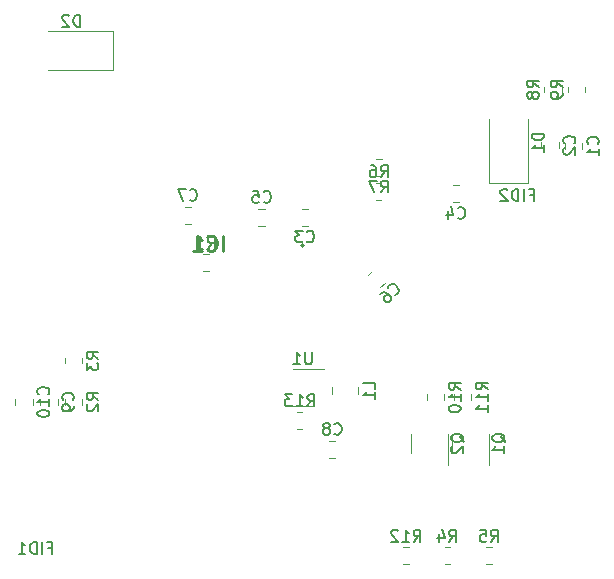
<source format=gbr>
%TF.GenerationSoftware,KiCad,Pcbnew,7.0.7-7.0.7~ubuntu23.04.1*%
%TF.CreationDate,2023-09-27T06:57:11+00:00*%
%TF.ProjectId,USBSDREADER01,55534253-4452-4454-9144-455230312e6b,rev?*%
%TF.SameCoordinates,Original*%
%TF.FileFunction,Legend,Bot*%
%TF.FilePolarity,Positive*%
%FSLAX46Y46*%
G04 Gerber Fmt 4.6, Leading zero omitted, Abs format (unit mm)*
G04 Created by KiCad (PCBNEW 7.0.7-7.0.7~ubuntu23.04.1) date 2023-09-27 06:57:11*
%MOMM*%
%LPD*%
G01*
G04 APERTURE LIST*
%ADD10C,0.150000*%
%ADD11C,0.254000*%
%ADD12C,0.120000*%
%ADD13C,0.200000*%
G04 APERTURE END LIST*
D10*
X53106666Y9175181D02*
X53439999Y9651372D01*
X53678094Y9175181D02*
X53678094Y10175181D01*
X53678094Y10175181D02*
X53297142Y10175181D01*
X53297142Y10175181D02*
X53201904Y10127562D01*
X53201904Y10127562D02*
X53154285Y10079943D01*
X53154285Y10079943D02*
X53106666Y9984705D01*
X53106666Y9984705D02*
X53106666Y9841848D01*
X53106666Y9841848D02*
X53154285Y9746610D01*
X53154285Y9746610D02*
X53201904Y9698991D01*
X53201904Y9698991D02*
X53297142Y9651372D01*
X53297142Y9651372D02*
X53678094Y9651372D01*
X52249523Y9841848D02*
X52249523Y9175181D01*
X52487618Y10222800D02*
X52725713Y9508515D01*
X52725713Y9508515D02*
X52106666Y9508515D01*
X54350057Y17582739D02*
X54302438Y17677977D01*
X54302438Y17677977D02*
X54207200Y17773215D01*
X54207200Y17773215D02*
X54064342Y17916072D01*
X54064342Y17916072D02*
X54016723Y18011310D01*
X54016723Y18011310D02*
X54016723Y18106548D01*
X54254819Y18058929D02*
X54207200Y18154167D01*
X54207200Y18154167D02*
X54111961Y18249405D01*
X54111961Y18249405D02*
X53921485Y18297024D01*
X53921485Y18297024D02*
X53588152Y18297024D01*
X53588152Y18297024D02*
X53397676Y18249405D01*
X53397676Y18249405D02*
X53302438Y18154167D01*
X53302438Y18154167D02*
X53254819Y18058929D01*
X53254819Y18058929D02*
X53254819Y17868453D01*
X53254819Y17868453D02*
X53302438Y17773215D01*
X53302438Y17773215D02*
X53397676Y17677977D01*
X53397676Y17677977D02*
X53588152Y17630358D01*
X53588152Y17630358D02*
X53921485Y17630358D01*
X53921485Y17630358D02*
X54111961Y17677977D01*
X54111961Y17677977D02*
X54207200Y17773215D01*
X54207200Y17773215D02*
X54254819Y17868453D01*
X54254819Y17868453D02*
X54254819Y18058929D01*
X53350057Y17249405D02*
X53302438Y17201786D01*
X53302438Y17201786D02*
X53254819Y17106548D01*
X53254819Y17106548D02*
X53254819Y16868453D01*
X53254819Y16868453D02*
X53302438Y16773215D01*
X53302438Y16773215D02*
X53350057Y16725596D01*
X53350057Y16725596D02*
X53445295Y16677977D01*
X53445295Y16677977D02*
X53540533Y16677977D01*
X53540533Y16677977D02*
X53683390Y16725596D01*
X53683390Y16725596D02*
X54254819Y17297024D01*
X54254819Y17297024D02*
X54254819Y16677977D01*
X23404819Y24666667D02*
X22928628Y25000000D01*
X23404819Y25238095D02*
X22404819Y25238095D01*
X22404819Y25238095D02*
X22404819Y24857143D01*
X22404819Y24857143D02*
X22452438Y24761905D01*
X22452438Y24761905D02*
X22500057Y24714286D01*
X22500057Y24714286D02*
X22595295Y24666667D01*
X22595295Y24666667D02*
X22738152Y24666667D01*
X22738152Y24666667D02*
X22833390Y24714286D01*
X22833390Y24714286D02*
X22881009Y24761905D01*
X22881009Y24761905D02*
X22928628Y24857143D01*
X22928628Y24857143D02*
X22928628Y25238095D01*
X22404819Y24333333D02*
X22404819Y23714286D01*
X22404819Y23714286D02*
X22785771Y24047619D01*
X22785771Y24047619D02*
X22785771Y23904762D01*
X22785771Y23904762D02*
X22833390Y23809524D01*
X22833390Y23809524D02*
X22881009Y23761905D01*
X22881009Y23761905D02*
X22976247Y23714286D01*
X22976247Y23714286D02*
X23214342Y23714286D01*
X23214342Y23714286D02*
X23309580Y23761905D01*
X23309580Y23761905D02*
X23357200Y23809524D01*
X23357200Y23809524D02*
X23404819Y23904762D01*
X23404819Y23904762D02*
X23404819Y24190476D01*
X23404819Y24190476D02*
X23357200Y24285714D01*
X23357200Y24285714D02*
X23309580Y24333333D01*
X32666666Y33995181D02*
X32999999Y34471372D01*
X33238094Y33995181D02*
X33238094Y34995181D01*
X33238094Y34995181D02*
X32857142Y34995181D01*
X32857142Y34995181D02*
X32761904Y34947562D01*
X32761904Y34947562D02*
X32714285Y34899943D01*
X32714285Y34899943D02*
X32666666Y34804705D01*
X32666666Y34804705D02*
X32666666Y34661848D01*
X32666666Y34661848D02*
X32714285Y34566610D01*
X32714285Y34566610D02*
X32761904Y34518991D01*
X32761904Y34518991D02*
X32857142Y34471372D01*
X32857142Y34471372D02*
X33238094Y34471372D01*
X31714285Y33995181D02*
X32285713Y33995181D01*
X31999999Y33995181D02*
X31999999Y34995181D01*
X31999999Y34995181D02*
X32095237Y34852324D01*
X32095237Y34852324D02*
X32190475Y34757086D01*
X32190475Y34757086D02*
X32285713Y34709467D01*
X65679580Y42846667D02*
X65727200Y42894286D01*
X65727200Y42894286D02*
X65774819Y43037143D01*
X65774819Y43037143D02*
X65774819Y43132381D01*
X65774819Y43132381D02*
X65727200Y43275238D01*
X65727200Y43275238D02*
X65631961Y43370476D01*
X65631961Y43370476D02*
X65536723Y43418095D01*
X65536723Y43418095D02*
X65346247Y43465714D01*
X65346247Y43465714D02*
X65203390Y43465714D01*
X65203390Y43465714D02*
X65012914Y43418095D01*
X65012914Y43418095D02*
X64917676Y43370476D01*
X64917676Y43370476D02*
X64822438Y43275238D01*
X64822438Y43275238D02*
X64774819Y43132381D01*
X64774819Y43132381D02*
X64774819Y43037143D01*
X64774819Y43037143D02*
X64822438Y42894286D01*
X64822438Y42894286D02*
X64870057Y42846667D01*
X65774819Y41894286D02*
X65774819Y42465714D01*
X65774819Y42180000D02*
X64774819Y42180000D01*
X64774819Y42180000D02*
X64917676Y42275238D01*
X64917676Y42275238D02*
X65012914Y42370476D01*
X65012914Y42370476D02*
X65060533Y42465714D01*
X31116666Y38120420D02*
X31164285Y38072800D01*
X31164285Y38072800D02*
X31307142Y38025181D01*
X31307142Y38025181D02*
X31402380Y38025181D01*
X31402380Y38025181D02*
X31545237Y38072800D01*
X31545237Y38072800D02*
X31640475Y38168039D01*
X31640475Y38168039D02*
X31688094Y38263277D01*
X31688094Y38263277D02*
X31735713Y38453753D01*
X31735713Y38453753D02*
X31735713Y38596610D01*
X31735713Y38596610D02*
X31688094Y38787086D01*
X31688094Y38787086D02*
X31640475Y38882324D01*
X31640475Y38882324D02*
X31545237Y38977562D01*
X31545237Y38977562D02*
X31402380Y39025181D01*
X31402380Y39025181D02*
X31307142Y39025181D01*
X31307142Y39025181D02*
X31164285Y38977562D01*
X31164285Y38977562D02*
X31116666Y38929943D01*
X30783332Y39025181D02*
X30116666Y39025181D01*
X30116666Y39025181D02*
X30545237Y38025181D01*
X62694819Y47646667D02*
X62218628Y47980000D01*
X62694819Y48218095D02*
X61694819Y48218095D01*
X61694819Y48218095D02*
X61694819Y47837143D01*
X61694819Y47837143D02*
X61742438Y47741905D01*
X61742438Y47741905D02*
X61790057Y47694286D01*
X61790057Y47694286D02*
X61885295Y47646667D01*
X61885295Y47646667D02*
X62028152Y47646667D01*
X62028152Y47646667D02*
X62123390Y47694286D01*
X62123390Y47694286D02*
X62171009Y47741905D01*
X62171009Y47741905D02*
X62218628Y47837143D01*
X62218628Y47837143D02*
X62218628Y48218095D01*
X62694819Y47170476D02*
X62694819Y46980000D01*
X62694819Y46980000D02*
X62647200Y46884762D01*
X62647200Y46884762D02*
X62599580Y46837143D01*
X62599580Y46837143D02*
X62456723Y46741905D01*
X62456723Y46741905D02*
X62266247Y46694286D01*
X62266247Y46694286D02*
X61885295Y46694286D01*
X61885295Y46694286D02*
X61790057Y46741905D01*
X61790057Y46741905D02*
X61742438Y46789524D01*
X61742438Y46789524D02*
X61694819Y46884762D01*
X61694819Y46884762D02*
X61694819Y47075238D01*
X61694819Y47075238D02*
X61742438Y47170476D01*
X61742438Y47170476D02*
X61790057Y47218095D01*
X61790057Y47218095D02*
X61885295Y47265714D01*
X61885295Y47265714D02*
X62123390Y47265714D01*
X62123390Y47265714D02*
X62218628Y47218095D01*
X62218628Y47218095D02*
X62266247Y47170476D01*
X62266247Y47170476D02*
X62313866Y47075238D01*
X62313866Y47075238D02*
X62313866Y46884762D01*
X62313866Y46884762D02*
X62266247Y46789524D01*
X62266247Y46789524D02*
X62218628Y46741905D01*
X62218628Y46741905D02*
X62123390Y46694286D01*
X61094819Y43718095D02*
X60094819Y43718095D01*
X60094819Y43718095D02*
X60094819Y43480000D01*
X60094819Y43480000D02*
X60142438Y43337143D01*
X60142438Y43337143D02*
X60237676Y43241905D01*
X60237676Y43241905D02*
X60332914Y43194286D01*
X60332914Y43194286D02*
X60523390Y43146667D01*
X60523390Y43146667D02*
X60666247Y43146667D01*
X60666247Y43146667D02*
X60856723Y43194286D01*
X60856723Y43194286D02*
X60951961Y43241905D01*
X60951961Y43241905D02*
X61047200Y43337143D01*
X61047200Y43337143D02*
X61094819Y43480000D01*
X61094819Y43480000D02*
X61094819Y43718095D01*
X61094819Y42194286D02*
X61094819Y42765714D01*
X61094819Y42480000D02*
X60094819Y42480000D01*
X60094819Y42480000D02*
X60237676Y42575238D01*
X60237676Y42575238D02*
X60332914Y42670476D01*
X60332914Y42670476D02*
X60380533Y42765714D01*
X57850057Y17582739D02*
X57802438Y17677977D01*
X57802438Y17677977D02*
X57707200Y17773215D01*
X57707200Y17773215D02*
X57564342Y17916072D01*
X57564342Y17916072D02*
X57516723Y18011310D01*
X57516723Y18011310D02*
X57516723Y18106548D01*
X57754819Y18058929D02*
X57707200Y18154167D01*
X57707200Y18154167D02*
X57611961Y18249405D01*
X57611961Y18249405D02*
X57421485Y18297024D01*
X57421485Y18297024D02*
X57088152Y18297024D01*
X57088152Y18297024D02*
X56897676Y18249405D01*
X56897676Y18249405D02*
X56802438Y18154167D01*
X56802438Y18154167D02*
X56754819Y18058929D01*
X56754819Y18058929D02*
X56754819Y17868453D01*
X56754819Y17868453D02*
X56802438Y17773215D01*
X56802438Y17773215D02*
X56897676Y17677977D01*
X56897676Y17677977D02*
X57088152Y17630358D01*
X57088152Y17630358D02*
X57421485Y17630358D01*
X57421485Y17630358D02*
X57611961Y17677977D01*
X57611961Y17677977D02*
X57707200Y17773215D01*
X57707200Y17773215D02*
X57754819Y17868453D01*
X57754819Y17868453D02*
X57754819Y18058929D01*
X57754819Y16677977D02*
X57754819Y17249405D01*
X57754819Y16963691D02*
X56754819Y16963691D01*
X56754819Y16963691D02*
X56897676Y17058929D01*
X56897676Y17058929D02*
X56992914Y17154167D01*
X56992914Y17154167D02*
X57040533Y17249405D01*
X21850594Y52795181D02*
X21850594Y53795181D01*
X21850594Y53795181D02*
X21612499Y53795181D01*
X21612499Y53795181D02*
X21469642Y53747562D01*
X21469642Y53747562D02*
X21374404Y53652324D01*
X21374404Y53652324D02*
X21326785Y53557086D01*
X21326785Y53557086D02*
X21279166Y53366610D01*
X21279166Y53366610D02*
X21279166Y53223753D01*
X21279166Y53223753D02*
X21326785Y53033277D01*
X21326785Y53033277D02*
X21374404Y52938039D01*
X21374404Y52938039D02*
X21469642Y52842800D01*
X21469642Y52842800D02*
X21612499Y52795181D01*
X21612499Y52795181D02*
X21850594Y52795181D01*
X20898213Y53699943D02*
X20850594Y53747562D01*
X20850594Y53747562D02*
X20755356Y53795181D01*
X20755356Y53795181D02*
X20517261Y53795181D01*
X20517261Y53795181D02*
X20422023Y53747562D01*
X20422023Y53747562D02*
X20374404Y53699943D01*
X20374404Y53699943D02*
X20326785Y53604705D01*
X20326785Y53604705D02*
X20326785Y53509467D01*
X20326785Y53509467D02*
X20374404Y53366610D01*
X20374404Y53366610D02*
X20945832Y52795181D01*
X20945832Y52795181D02*
X20326785Y52795181D01*
X37379166Y37970420D02*
X37426785Y37922800D01*
X37426785Y37922800D02*
X37569642Y37875181D01*
X37569642Y37875181D02*
X37664880Y37875181D01*
X37664880Y37875181D02*
X37807737Y37922800D01*
X37807737Y37922800D02*
X37902975Y38018039D01*
X37902975Y38018039D02*
X37950594Y38113277D01*
X37950594Y38113277D02*
X37998213Y38303753D01*
X37998213Y38303753D02*
X37998213Y38446610D01*
X37998213Y38446610D02*
X37950594Y38637086D01*
X37950594Y38637086D02*
X37902975Y38732324D01*
X37902975Y38732324D02*
X37807737Y38827562D01*
X37807737Y38827562D02*
X37664880Y38875181D01*
X37664880Y38875181D02*
X37569642Y38875181D01*
X37569642Y38875181D02*
X37426785Y38827562D01*
X37426785Y38827562D02*
X37379166Y38779943D01*
X36474404Y38875181D02*
X36950594Y38875181D01*
X36950594Y38875181D02*
X36998213Y38398991D01*
X36998213Y38398991D02*
X36950594Y38446610D01*
X36950594Y38446610D02*
X36855356Y38494229D01*
X36855356Y38494229D02*
X36617261Y38494229D01*
X36617261Y38494229D02*
X36522023Y38446610D01*
X36522023Y38446610D02*
X36474404Y38398991D01*
X36474404Y38398991D02*
X36426785Y38303753D01*
X36426785Y38303753D02*
X36426785Y38065658D01*
X36426785Y38065658D02*
X36474404Y37970420D01*
X36474404Y37970420D02*
X36522023Y37922800D01*
X36522023Y37922800D02*
X36617261Y37875181D01*
X36617261Y37875181D02*
X36855356Y37875181D01*
X36855356Y37875181D02*
X36950594Y37922800D01*
X36950594Y37922800D02*
X36998213Y37970420D01*
X21239580Y21179167D02*
X21287200Y21226786D01*
X21287200Y21226786D02*
X21334819Y21369643D01*
X21334819Y21369643D02*
X21334819Y21464881D01*
X21334819Y21464881D02*
X21287200Y21607738D01*
X21287200Y21607738D02*
X21191961Y21702976D01*
X21191961Y21702976D02*
X21096723Y21750595D01*
X21096723Y21750595D02*
X20906247Y21798214D01*
X20906247Y21798214D02*
X20763390Y21798214D01*
X20763390Y21798214D02*
X20572914Y21750595D01*
X20572914Y21750595D02*
X20477676Y21702976D01*
X20477676Y21702976D02*
X20382438Y21607738D01*
X20382438Y21607738D02*
X20334819Y21464881D01*
X20334819Y21464881D02*
X20334819Y21369643D01*
X20334819Y21369643D02*
X20382438Y21226786D01*
X20382438Y21226786D02*
X20430057Y21179167D01*
X21334819Y20702976D02*
X21334819Y20512500D01*
X21334819Y20512500D02*
X21287200Y20417262D01*
X21287200Y20417262D02*
X21239580Y20369643D01*
X21239580Y20369643D02*
X21096723Y20274405D01*
X21096723Y20274405D02*
X20906247Y20226786D01*
X20906247Y20226786D02*
X20525295Y20226786D01*
X20525295Y20226786D02*
X20430057Y20274405D01*
X20430057Y20274405D02*
X20382438Y20322024D01*
X20382438Y20322024D02*
X20334819Y20417262D01*
X20334819Y20417262D02*
X20334819Y20607738D01*
X20334819Y20607738D02*
X20382438Y20702976D01*
X20382438Y20702976D02*
X20430057Y20750595D01*
X20430057Y20750595D02*
X20525295Y20798214D01*
X20525295Y20798214D02*
X20763390Y20798214D01*
X20763390Y20798214D02*
X20858628Y20750595D01*
X20858628Y20750595D02*
X20906247Y20702976D01*
X20906247Y20702976D02*
X20953866Y20607738D01*
X20953866Y20607738D02*
X20953866Y20417262D01*
X20953866Y20417262D02*
X20906247Y20322024D01*
X20906247Y20322024D02*
X20858628Y20274405D01*
X20858628Y20274405D02*
X20763390Y20226786D01*
X56619166Y9175181D02*
X56952499Y9651372D01*
X57190594Y9175181D02*
X57190594Y10175181D01*
X57190594Y10175181D02*
X56809642Y10175181D01*
X56809642Y10175181D02*
X56714404Y10127562D01*
X56714404Y10127562D02*
X56666785Y10079943D01*
X56666785Y10079943D02*
X56619166Y9984705D01*
X56619166Y9984705D02*
X56619166Y9841848D01*
X56619166Y9841848D02*
X56666785Y9746610D01*
X56666785Y9746610D02*
X56714404Y9698991D01*
X56714404Y9698991D02*
X56809642Y9651372D01*
X56809642Y9651372D02*
X57190594Y9651372D01*
X55714404Y10175181D02*
X56190594Y10175181D01*
X56190594Y10175181D02*
X56238213Y9698991D01*
X56238213Y9698991D02*
X56190594Y9746610D01*
X56190594Y9746610D02*
X56095356Y9794229D01*
X56095356Y9794229D02*
X55857261Y9794229D01*
X55857261Y9794229D02*
X55762023Y9746610D01*
X55762023Y9746610D02*
X55714404Y9698991D01*
X55714404Y9698991D02*
X55666785Y9603753D01*
X55666785Y9603753D02*
X55666785Y9365658D01*
X55666785Y9365658D02*
X55714404Y9270420D01*
X55714404Y9270420D02*
X55762023Y9222800D01*
X55762023Y9222800D02*
X55857261Y9175181D01*
X55857261Y9175181D02*
X56095356Y9175181D01*
X56095356Y9175181D02*
X56190594Y9222800D01*
X56190594Y9222800D02*
X56238213Y9270420D01*
D11*
X33959762Y33815682D02*
X33959762Y35085682D01*
X32629285Y33936635D02*
X32689761Y33876158D01*
X32689761Y33876158D02*
X32871190Y33815682D01*
X32871190Y33815682D02*
X32992142Y33815682D01*
X32992142Y33815682D02*
X33173571Y33876158D01*
X33173571Y33876158D02*
X33294523Y33997111D01*
X33294523Y33997111D02*
X33355000Y34118063D01*
X33355000Y34118063D02*
X33415476Y34359968D01*
X33415476Y34359968D02*
X33415476Y34541397D01*
X33415476Y34541397D02*
X33355000Y34783301D01*
X33355000Y34783301D02*
X33294523Y34904254D01*
X33294523Y34904254D02*
X33173571Y35025206D01*
X33173571Y35025206D02*
X32992142Y35085682D01*
X32992142Y35085682D02*
X32871190Y35085682D01*
X32871190Y35085682D02*
X32689761Y35025206D01*
X32689761Y35025206D02*
X32629285Y34964730D01*
X31419761Y33815682D02*
X32145476Y33815682D01*
X31782619Y33815682D02*
X31782619Y35085682D01*
X31782619Y35085682D02*
X31903571Y34904254D01*
X31903571Y34904254D02*
X32024523Y34783301D01*
X32024523Y34783301D02*
X32145476Y34722825D01*
D10*
X46804819Y22141667D02*
X46804819Y22617857D01*
X46804819Y22617857D02*
X45804819Y22617857D01*
X46804819Y21284524D02*
X46804819Y21855952D01*
X46804819Y21570238D02*
X45804819Y21570238D01*
X45804819Y21570238D02*
X45947676Y21665476D01*
X45947676Y21665476D02*
X46042914Y21760714D01*
X46042914Y21760714D02*
X46090533Y21855952D01*
X41092857Y20645181D02*
X41426190Y21121372D01*
X41664285Y20645181D02*
X41664285Y21645181D01*
X41664285Y21645181D02*
X41283333Y21645181D01*
X41283333Y21645181D02*
X41188095Y21597562D01*
X41188095Y21597562D02*
X41140476Y21549943D01*
X41140476Y21549943D02*
X41092857Y21454705D01*
X41092857Y21454705D02*
X41092857Y21311848D01*
X41092857Y21311848D02*
X41140476Y21216610D01*
X41140476Y21216610D02*
X41188095Y21168991D01*
X41188095Y21168991D02*
X41283333Y21121372D01*
X41283333Y21121372D02*
X41664285Y21121372D01*
X40140476Y20645181D02*
X40711904Y20645181D01*
X40426190Y20645181D02*
X40426190Y21645181D01*
X40426190Y21645181D02*
X40521428Y21502324D01*
X40521428Y21502324D02*
X40616666Y21407086D01*
X40616666Y21407086D02*
X40711904Y21359467D01*
X39807142Y21645181D02*
X39188095Y21645181D01*
X39188095Y21645181D02*
X39521428Y21264229D01*
X39521428Y21264229D02*
X39378571Y21264229D01*
X39378571Y21264229D02*
X39283333Y21216610D01*
X39283333Y21216610D02*
X39235714Y21168991D01*
X39235714Y21168991D02*
X39188095Y21073753D01*
X39188095Y21073753D02*
X39188095Y20835658D01*
X39188095Y20835658D02*
X39235714Y20740420D01*
X39235714Y20740420D02*
X39283333Y20692800D01*
X39283333Y20692800D02*
X39378571Y20645181D01*
X39378571Y20645181D02*
X39664285Y20645181D01*
X39664285Y20645181D02*
X39759523Y20692800D01*
X39759523Y20692800D02*
X39807142Y20740420D01*
X50082857Y9175181D02*
X50416190Y9651372D01*
X50654285Y9175181D02*
X50654285Y10175181D01*
X50654285Y10175181D02*
X50273333Y10175181D01*
X50273333Y10175181D02*
X50178095Y10127562D01*
X50178095Y10127562D02*
X50130476Y10079943D01*
X50130476Y10079943D02*
X50082857Y9984705D01*
X50082857Y9984705D02*
X50082857Y9841848D01*
X50082857Y9841848D02*
X50130476Y9746610D01*
X50130476Y9746610D02*
X50178095Y9698991D01*
X50178095Y9698991D02*
X50273333Y9651372D01*
X50273333Y9651372D02*
X50654285Y9651372D01*
X49130476Y9175181D02*
X49701904Y9175181D01*
X49416190Y9175181D02*
X49416190Y10175181D01*
X49416190Y10175181D02*
X49511428Y10032324D01*
X49511428Y10032324D02*
X49606666Y9937086D01*
X49606666Y9937086D02*
X49701904Y9889467D01*
X48749523Y10079943D02*
X48701904Y10127562D01*
X48701904Y10127562D02*
X48606666Y10175181D01*
X48606666Y10175181D02*
X48368571Y10175181D01*
X48368571Y10175181D02*
X48273333Y10127562D01*
X48273333Y10127562D02*
X48225714Y10079943D01*
X48225714Y10079943D02*
X48178095Y9984705D01*
X48178095Y9984705D02*
X48178095Y9889467D01*
X48178095Y9889467D02*
X48225714Y9746610D01*
X48225714Y9746610D02*
X48797142Y9175181D01*
X48797142Y9175181D02*
X48178095Y9175181D01*
X47316666Y38745181D02*
X47649999Y39221372D01*
X47888094Y38745181D02*
X47888094Y39745181D01*
X47888094Y39745181D02*
X47507142Y39745181D01*
X47507142Y39745181D02*
X47411904Y39697562D01*
X47411904Y39697562D02*
X47364285Y39649943D01*
X47364285Y39649943D02*
X47316666Y39554705D01*
X47316666Y39554705D02*
X47316666Y39411848D01*
X47316666Y39411848D02*
X47364285Y39316610D01*
X47364285Y39316610D02*
X47411904Y39268991D01*
X47411904Y39268991D02*
X47507142Y39221372D01*
X47507142Y39221372D02*
X47888094Y39221372D01*
X46983332Y39745181D02*
X46316666Y39745181D01*
X46316666Y39745181D02*
X46745237Y38745181D01*
X59961428Y38548991D02*
X60294761Y38548991D01*
X60294761Y38025181D02*
X60294761Y39025181D01*
X60294761Y39025181D02*
X59818571Y39025181D01*
X59437618Y38025181D02*
X59437618Y39025181D01*
X58961428Y38025181D02*
X58961428Y39025181D01*
X58961428Y39025181D02*
X58723333Y39025181D01*
X58723333Y39025181D02*
X58580476Y38977562D01*
X58580476Y38977562D02*
X58485238Y38882324D01*
X58485238Y38882324D02*
X58437619Y38787086D01*
X58437619Y38787086D02*
X58390000Y38596610D01*
X58390000Y38596610D02*
X58390000Y38453753D01*
X58390000Y38453753D02*
X58437619Y38263277D01*
X58437619Y38263277D02*
X58485238Y38168039D01*
X58485238Y38168039D02*
X58580476Y38072800D01*
X58580476Y38072800D02*
X58723333Y38025181D01*
X58723333Y38025181D02*
X58961428Y38025181D01*
X58009047Y38929943D02*
X57961428Y38977562D01*
X57961428Y38977562D02*
X57866190Y39025181D01*
X57866190Y39025181D02*
X57628095Y39025181D01*
X57628095Y39025181D02*
X57532857Y38977562D01*
X57532857Y38977562D02*
X57485238Y38929943D01*
X57485238Y38929943D02*
X57437619Y38834705D01*
X57437619Y38834705D02*
X57437619Y38739467D01*
X57437619Y38739467D02*
X57485238Y38596610D01*
X57485238Y38596610D02*
X58056666Y38025181D01*
X58056666Y38025181D02*
X57437619Y38025181D01*
X19139580Y21655358D02*
X19187200Y21702977D01*
X19187200Y21702977D02*
X19234819Y21845834D01*
X19234819Y21845834D02*
X19234819Y21941072D01*
X19234819Y21941072D02*
X19187200Y22083929D01*
X19187200Y22083929D02*
X19091961Y22179167D01*
X19091961Y22179167D02*
X18996723Y22226786D01*
X18996723Y22226786D02*
X18806247Y22274405D01*
X18806247Y22274405D02*
X18663390Y22274405D01*
X18663390Y22274405D02*
X18472914Y22226786D01*
X18472914Y22226786D02*
X18377676Y22179167D01*
X18377676Y22179167D02*
X18282438Y22083929D01*
X18282438Y22083929D02*
X18234819Y21941072D01*
X18234819Y21941072D02*
X18234819Y21845834D01*
X18234819Y21845834D02*
X18282438Y21702977D01*
X18282438Y21702977D02*
X18330057Y21655358D01*
X19234819Y20702977D02*
X19234819Y21274405D01*
X19234819Y20988691D02*
X18234819Y20988691D01*
X18234819Y20988691D02*
X18377676Y21083929D01*
X18377676Y21083929D02*
X18472914Y21179167D01*
X18472914Y21179167D02*
X18520533Y21274405D01*
X18234819Y20083929D02*
X18234819Y19988691D01*
X18234819Y19988691D02*
X18282438Y19893453D01*
X18282438Y19893453D02*
X18330057Y19845834D01*
X18330057Y19845834D02*
X18425295Y19798215D01*
X18425295Y19798215D02*
X18615771Y19750596D01*
X18615771Y19750596D02*
X18853866Y19750596D01*
X18853866Y19750596D02*
X19044342Y19798215D01*
X19044342Y19798215D02*
X19139580Y19845834D01*
X19139580Y19845834D02*
X19187200Y19893453D01*
X19187200Y19893453D02*
X19234819Y19988691D01*
X19234819Y19988691D02*
X19234819Y20083929D01*
X19234819Y20083929D02*
X19187200Y20179167D01*
X19187200Y20179167D02*
X19139580Y20226786D01*
X19139580Y20226786D02*
X19044342Y20274405D01*
X19044342Y20274405D02*
X18853866Y20322024D01*
X18853866Y20322024D02*
X18615771Y20322024D01*
X18615771Y20322024D02*
X18425295Y20274405D01*
X18425295Y20274405D02*
X18330057Y20226786D01*
X18330057Y20226786D02*
X18282438Y20179167D01*
X18282438Y20179167D02*
X18234819Y20083929D01*
X19171428Y8668991D02*
X19504761Y8668991D01*
X19504761Y8145181D02*
X19504761Y9145181D01*
X19504761Y9145181D02*
X19028571Y9145181D01*
X18647618Y8145181D02*
X18647618Y9145181D01*
X18171428Y8145181D02*
X18171428Y9145181D01*
X18171428Y9145181D02*
X17933333Y9145181D01*
X17933333Y9145181D02*
X17790476Y9097562D01*
X17790476Y9097562D02*
X17695238Y9002324D01*
X17695238Y9002324D02*
X17647619Y8907086D01*
X17647619Y8907086D02*
X17600000Y8716610D01*
X17600000Y8716610D02*
X17600000Y8573753D01*
X17600000Y8573753D02*
X17647619Y8383277D01*
X17647619Y8383277D02*
X17695238Y8288039D01*
X17695238Y8288039D02*
X17790476Y8192800D01*
X17790476Y8192800D02*
X17933333Y8145181D01*
X17933333Y8145181D02*
X18171428Y8145181D01*
X16647619Y8145181D02*
X17219047Y8145181D01*
X16933333Y8145181D02*
X16933333Y9145181D01*
X16933333Y9145181D02*
X17028571Y9002324D01*
X17028571Y9002324D02*
X17123809Y8907086D01*
X17123809Y8907086D02*
X17219047Y8859467D01*
X56354819Y22067858D02*
X55878628Y22401191D01*
X56354819Y22639286D02*
X55354819Y22639286D01*
X55354819Y22639286D02*
X55354819Y22258334D01*
X55354819Y22258334D02*
X55402438Y22163096D01*
X55402438Y22163096D02*
X55450057Y22115477D01*
X55450057Y22115477D02*
X55545295Y22067858D01*
X55545295Y22067858D02*
X55688152Y22067858D01*
X55688152Y22067858D02*
X55783390Y22115477D01*
X55783390Y22115477D02*
X55831009Y22163096D01*
X55831009Y22163096D02*
X55878628Y22258334D01*
X55878628Y22258334D02*
X55878628Y22639286D01*
X56354819Y21115477D02*
X56354819Y21686905D01*
X56354819Y21401191D02*
X55354819Y21401191D01*
X55354819Y21401191D02*
X55497676Y21496429D01*
X55497676Y21496429D02*
X55592914Y21591667D01*
X55592914Y21591667D02*
X55640533Y21686905D01*
X56354819Y20163096D02*
X56354819Y20734524D01*
X56354819Y20448810D02*
X55354819Y20448810D01*
X55354819Y20448810D02*
X55497676Y20544048D01*
X55497676Y20544048D02*
X55592914Y20639286D01*
X55592914Y20639286D02*
X55640533Y20734524D01*
X63679580Y42896667D02*
X63727200Y42944286D01*
X63727200Y42944286D02*
X63774819Y43087143D01*
X63774819Y43087143D02*
X63774819Y43182381D01*
X63774819Y43182381D02*
X63727200Y43325238D01*
X63727200Y43325238D02*
X63631961Y43420476D01*
X63631961Y43420476D02*
X63536723Y43468095D01*
X63536723Y43468095D02*
X63346247Y43515714D01*
X63346247Y43515714D02*
X63203390Y43515714D01*
X63203390Y43515714D02*
X63012914Y43468095D01*
X63012914Y43468095D02*
X62917676Y43420476D01*
X62917676Y43420476D02*
X62822438Y43325238D01*
X62822438Y43325238D02*
X62774819Y43182381D01*
X62774819Y43182381D02*
X62774819Y43087143D01*
X62774819Y43087143D02*
X62822438Y42944286D01*
X62822438Y42944286D02*
X62870057Y42896667D01*
X62870057Y42515714D02*
X62822438Y42468095D01*
X62822438Y42468095D02*
X62774819Y42372857D01*
X62774819Y42372857D02*
X62774819Y42134762D01*
X62774819Y42134762D02*
X62822438Y42039524D01*
X62822438Y42039524D02*
X62870057Y41991905D01*
X62870057Y41991905D02*
X62965295Y41944286D01*
X62965295Y41944286D02*
X63060533Y41944286D01*
X63060533Y41944286D02*
X63203390Y41991905D01*
X63203390Y41991905D02*
X63774819Y42563333D01*
X63774819Y42563333D02*
X63774819Y41944286D01*
X41029166Y34610420D02*
X41076785Y34562800D01*
X41076785Y34562800D02*
X41219642Y34515181D01*
X41219642Y34515181D02*
X41314880Y34515181D01*
X41314880Y34515181D02*
X41457737Y34562800D01*
X41457737Y34562800D02*
X41552975Y34658039D01*
X41552975Y34658039D02*
X41600594Y34753277D01*
X41600594Y34753277D02*
X41648213Y34943753D01*
X41648213Y34943753D02*
X41648213Y35086610D01*
X41648213Y35086610D02*
X41600594Y35277086D01*
X41600594Y35277086D02*
X41552975Y35372324D01*
X41552975Y35372324D02*
X41457737Y35467562D01*
X41457737Y35467562D02*
X41314880Y35515181D01*
X41314880Y35515181D02*
X41219642Y35515181D01*
X41219642Y35515181D02*
X41076785Y35467562D01*
X41076785Y35467562D02*
X41029166Y35419943D01*
X40695832Y35515181D02*
X40076785Y35515181D01*
X40076785Y35515181D02*
X40410118Y35134229D01*
X40410118Y35134229D02*
X40267261Y35134229D01*
X40267261Y35134229D02*
X40172023Y35086610D01*
X40172023Y35086610D02*
X40124404Y35038991D01*
X40124404Y35038991D02*
X40076785Y34943753D01*
X40076785Y34943753D02*
X40076785Y34705658D01*
X40076785Y34705658D02*
X40124404Y34610420D01*
X40124404Y34610420D02*
X40172023Y34562800D01*
X40172023Y34562800D02*
X40267261Y34515181D01*
X40267261Y34515181D02*
X40552975Y34515181D01*
X40552975Y34515181D02*
X40648213Y34562800D01*
X40648213Y34562800D02*
X40695832Y34610420D01*
X54054819Y22055358D02*
X53578628Y22388691D01*
X54054819Y22626786D02*
X53054819Y22626786D01*
X53054819Y22626786D02*
X53054819Y22245834D01*
X53054819Y22245834D02*
X53102438Y22150596D01*
X53102438Y22150596D02*
X53150057Y22102977D01*
X53150057Y22102977D02*
X53245295Y22055358D01*
X53245295Y22055358D02*
X53388152Y22055358D01*
X53388152Y22055358D02*
X53483390Y22102977D01*
X53483390Y22102977D02*
X53531009Y22150596D01*
X53531009Y22150596D02*
X53578628Y22245834D01*
X53578628Y22245834D02*
X53578628Y22626786D01*
X54054819Y21102977D02*
X54054819Y21674405D01*
X54054819Y21388691D02*
X53054819Y21388691D01*
X53054819Y21388691D02*
X53197676Y21483929D01*
X53197676Y21483929D02*
X53292914Y21579167D01*
X53292914Y21579167D02*
X53340533Y21674405D01*
X53054819Y20483929D02*
X53054819Y20388691D01*
X53054819Y20388691D02*
X53102438Y20293453D01*
X53102438Y20293453D02*
X53150057Y20245834D01*
X53150057Y20245834D02*
X53245295Y20198215D01*
X53245295Y20198215D02*
X53435771Y20150596D01*
X53435771Y20150596D02*
X53673866Y20150596D01*
X53673866Y20150596D02*
X53864342Y20198215D01*
X53864342Y20198215D02*
X53959580Y20245834D01*
X53959580Y20245834D02*
X54007200Y20293453D01*
X54007200Y20293453D02*
X54054819Y20388691D01*
X54054819Y20388691D02*
X54054819Y20483929D01*
X54054819Y20483929D02*
X54007200Y20579167D01*
X54007200Y20579167D02*
X53959580Y20626786D01*
X53959580Y20626786D02*
X53864342Y20674405D01*
X53864342Y20674405D02*
X53673866Y20722024D01*
X53673866Y20722024D02*
X53435771Y20722024D01*
X53435771Y20722024D02*
X53245295Y20674405D01*
X53245295Y20674405D02*
X53150057Y20626786D01*
X53150057Y20626786D02*
X53102438Y20579167D01*
X53102438Y20579167D02*
X53054819Y20483929D01*
X23404819Y21179167D02*
X22928628Y21512500D01*
X23404819Y21750595D02*
X22404819Y21750595D01*
X22404819Y21750595D02*
X22404819Y21369643D01*
X22404819Y21369643D02*
X22452438Y21274405D01*
X22452438Y21274405D02*
X22500057Y21226786D01*
X22500057Y21226786D02*
X22595295Y21179167D01*
X22595295Y21179167D02*
X22738152Y21179167D01*
X22738152Y21179167D02*
X22833390Y21226786D01*
X22833390Y21226786D02*
X22881009Y21274405D01*
X22881009Y21274405D02*
X22928628Y21369643D01*
X22928628Y21369643D02*
X22928628Y21750595D01*
X22500057Y20798214D02*
X22452438Y20750595D01*
X22452438Y20750595D02*
X22404819Y20655357D01*
X22404819Y20655357D02*
X22404819Y20417262D01*
X22404819Y20417262D02*
X22452438Y20322024D01*
X22452438Y20322024D02*
X22500057Y20274405D01*
X22500057Y20274405D02*
X22595295Y20226786D01*
X22595295Y20226786D02*
X22690533Y20226786D01*
X22690533Y20226786D02*
X22833390Y20274405D01*
X22833390Y20274405D02*
X23404819Y20845833D01*
X23404819Y20845833D02*
X23404819Y20226786D01*
X48481802Y30097401D02*
X48549146Y30097401D01*
X48549146Y30097401D02*
X48683833Y30164745D01*
X48683833Y30164745D02*
X48751176Y30232088D01*
X48751176Y30232088D02*
X48818520Y30366775D01*
X48818520Y30366775D02*
X48818520Y30501462D01*
X48818520Y30501462D02*
X48784848Y30602477D01*
X48784848Y30602477D02*
X48683833Y30770836D01*
X48683833Y30770836D02*
X48582818Y30871851D01*
X48582818Y30871851D02*
X48414459Y30972867D01*
X48414459Y30972867D02*
X48313444Y31006538D01*
X48313444Y31006538D02*
X48178757Y31006538D01*
X48178757Y31006538D02*
X48044070Y30939195D01*
X48044070Y30939195D02*
X47976726Y30871851D01*
X47976726Y30871851D02*
X47909383Y30737164D01*
X47909383Y30737164D02*
X47909383Y30669821D01*
X47235948Y30131073D02*
X47370635Y30265760D01*
X47370635Y30265760D02*
X47471650Y30299432D01*
X47471650Y30299432D02*
X47538993Y30299432D01*
X47538993Y30299432D02*
X47707352Y30265760D01*
X47707352Y30265760D02*
X47875711Y30164745D01*
X47875711Y30164745D02*
X48145085Y29895371D01*
X48145085Y29895371D02*
X48178757Y29794355D01*
X48178757Y29794355D02*
X48178757Y29727012D01*
X48178757Y29727012D02*
X48145085Y29625997D01*
X48145085Y29625997D02*
X48010398Y29491310D01*
X48010398Y29491310D02*
X47909383Y29457638D01*
X47909383Y29457638D02*
X47842039Y29457638D01*
X47842039Y29457638D02*
X47741024Y29491310D01*
X47741024Y29491310D02*
X47572665Y29659668D01*
X47572665Y29659668D02*
X47538993Y29760684D01*
X47538993Y29760684D02*
X47538993Y29828027D01*
X47538993Y29828027D02*
X47572665Y29929042D01*
X47572665Y29929042D02*
X47707352Y30063729D01*
X47707352Y30063729D02*
X47808367Y30097401D01*
X47808367Y30097401D02*
X47875711Y30097401D01*
X47875711Y30097401D02*
X47976726Y30063729D01*
X43366666Y18320420D02*
X43414285Y18272800D01*
X43414285Y18272800D02*
X43557142Y18225181D01*
X43557142Y18225181D02*
X43652380Y18225181D01*
X43652380Y18225181D02*
X43795237Y18272800D01*
X43795237Y18272800D02*
X43890475Y18368039D01*
X43890475Y18368039D02*
X43938094Y18463277D01*
X43938094Y18463277D02*
X43985713Y18653753D01*
X43985713Y18653753D02*
X43985713Y18796610D01*
X43985713Y18796610D02*
X43938094Y18987086D01*
X43938094Y18987086D02*
X43890475Y19082324D01*
X43890475Y19082324D02*
X43795237Y19177562D01*
X43795237Y19177562D02*
X43652380Y19225181D01*
X43652380Y19225181D02*
X43557142Y19225181D01*
X43557142Y19225181D02*
X43414285Y19177562D01*
X43414285Y19177562D02*
X43366666Y19129943D01*
X42795237Y18796610D02*
X42890475Y18844229D01*
X42890475Y18844229D02*
X42938094Y18891848D01*
X42938094Y18891848D02*
X42985713Y18987086D01*
X42985713Y18987086D02*
X42985713Y19034705D01*
X42985713Y19034705D02*
X42938094Y19129943D01*
X42938094Y19129943D02*
X42890475Y19177562D01*
X42890475Y19177562D02*
X42795237Y19225181D01*
X42795237Y19225181D02*
X42604761Y19225181D01*
X42604761Y19225181D02*
X42509523Y19177562D01*
X42509523Y19177562D02*
X42461904Y19129943D01*
X42461904Y19129943D02*
X42414285Y19034705D01*
X42414285Y19034705D02*
X42414285Y18987086D01*
X42414285Y18987086D02*
X42461904Y18891848D01*
X42461904Y18891848D02*
X42509523Y18844229D01*
X42509523Y18844229D02*
X42604761Y18796610D01*
X42604761Y18796610D02*
X42795237Y18796610D01*
X42795237Y18796610D02*
X42890475Y18748991D01*
X42890475Y18748991D02*
X42938094Y18701372D01*
X42938094Y18701372D02*
X42985713Y18606134D01*
X42985713Y18606134D02*
X42985713Y18415658D01*
X42985713Y18415658D02*
X42938094Y18320420D01*
X42938094Y18320420D02*
X42890475Y18272800D01*
X42890475Y18272800D02*
X42795237Y18225181D01*
X42795237Y18225181D02*
X42604761Y18225181D01*
X42604761Y18225181D02*
X42509523Y18272800D01*
X42509523Y18272800D02*
X42461904Y18320420D01*
X42461904Y18320420D02*
X42414285Y18415658D01*
X42414285Y18415658D02*
X42414285Y18606134D01*
X42414285Y18606134D02*
X42461904Y18701372D01*
X42461904Y18701372D02*
X42509523Y18748991D01*
X42509523Y18748991D02*
X42604761Y18796610D01*
X60694819Y47646667D02*
X60218628Y47980000D01*
X60694819Y48218095D02*
X59694819Y48218095D01*
X59694819Y48218095D02*
X59694819Y47837143D01*
X59694819Y47837143D02*
X59742438Y47741905D01*
X59742438Y47741905D02*
X59790057Y47694286D01*
X59790057Y47694286D02*
X59885295Y47646667D01*
X59885295Y47646667D02*
X60028152Y47646667D01*
X60028152Y47646667D02*
X60123390Y47694286D01*
X60123390Y47694286D02*
X60171009Y47741905D01*
X60171009Y47741905D02*
X60218628Y47837143D01*
X60218628Y47837143D02*
X60218628Y48218095D01*
X60123390Y47075238D02*
X60075771Y47170476D01*
X60075771Y47170476D02*
X60028152Y47218095D01*
X60028152Y47218095D02*
X59932914Y47265714D01*
X59932914Y47265714D02*
X59885295Y47265714D01*
X59885295Y47265714D02*
X59790057Y47218095D01*
X59790057Y47218095D02*
X59742438Y47170476D01*
X59742438Y47170476D02*
X59694819Y47075238D01*
X59694819Y47075238D02*
X59694819Y46884762D01*
X59694819Y46884762D02*
X59742438Y46789524D01*
X59742438Y46789524D02*
X59790057Y46741905D01*
X59790057Y46741905D02*
X59885295Y46694286D01*
X59885295Y46694286D02*
X59932914Y46694286D01*
X59932914Y46694286D02*
X60028152Y46741905D01*
X60028152Y46741905D02*
X60075771Y46789524D01*
X60075771Y46789524D02*
X60123390Y46884762D01*
X60123390Y46884762D02*
X60123390Y47075238D01*
X60123390Y47075238D02*
X60171009Y47170476D01*
X60171009Y47170476D02*
X60218628Y47218095D01*
X60218628Y47218095D02*
X60313866Y47265714D01*
X60313866Y47265714D02*
X60504342Y47265714D01*
X60504342Y47265714D02*
X60599580Y47218095D01*
X60599580Y47218095D02*
X60647200Y47170476D01*
X60647200Y47170476D02*
X60694819Y47075238D01*
X60694819Y47075238D02*
X60694819Y46884762D01*
X60694819Y46884762D02*
X60647200Y46789524D01*
X60647200Y46789524D02*
X60599580Y46741905D01*
X60599580Y46741905D02*
X60504342Y46694286D01*
X60504342Y46694286D02*
X60313866Y46694286D01*
X60313866Y46694286D02*
X60218628Y46741905D01*
X60218628Y46741905D02*
X60171009Y46789524D01*
X60171009Y46789524D02*
X60123390Y46884762D01*
X41474404Y25195181D02*
X41474404Y24385658D01*
X41474404Y24385658D02*
X41426785Y24290420D01*
X41426785Y24290420D02*
X41379166Y24242800D01*
X41379166Y24242800D02*
X41283928Y24195181D01*
X41283928Y24195181D02*
X41093452Y24195181D01*
X41093452Y24195181D02*
X40998214Y24242800D01*
X40998214Y24242800D02*
X40950595Y24290420D01*
X40950595Y24290420D02*
X40902976Y24385658D01*
X40902976Y24385658D02*
X40902976Y25195181D01*
X39902976Y24195181D02*
X40474404Y24195181D01*
X40188690Y24195181D02*
X40188690Y25195181D01*
X40188690Y25195181D02*
X40283928Y25052324D01*
X40283928Y25052324D02*
X40379166Y24957086D01*
X40379166Y24957086D02*
X40474404Y24909467D01*
X47304166Y40045181D02*
X47637499Y40521372D01*
X47875594Y40045181D02*
X47875594Y41045181D01*
X47875594Y41045181D02*
X47494642Y41045181D01*
X47494642Y41045181D02*
X47399404Y40997562D01*
X47399404Y40997562D02*
X47351785Y40949943D01*
X47351785Y40949943D02*
X47304166Y40854705D01*
X47304166Y40854705D02*
X47304166Y40711848D01*
X47304166Y40711848D02*
X47351785Y40616610D01*
X47351785Y40616610D02*
X47399404Y40568991D01*
X47399404Y40568991D02*
X47494642Y40521372D01*
X47494642Y40521372D02*
X47875594Y40521372D01*
X46447023Y41045181D02*
X46637499Y41045181D01*
X46637499Y41045181D02*
X46732737Y40997562D01*
X46732737Y40997562D02*
X46780356Y40949943D01*
X46780356Y40949943D02*
X46875594Y40807086D01*
X46875594Y40807086D02*
X46923213Y40616610D01*
X46923213Y40616610D02*
X46923213Y40235658D01*
X46923213Y40235658D02*
X46875594Y40140420D01*
X46875594Y40140420D02*
X46827975Y40092800D01*
X46827975Y40092800D02*
X46732737Y40045181D01*
X46732737Y40045181D02*
X46542261Y40045181D01*
X46542261Y40045181D02*
X46447023Y40092800D01*
X46447023Y40092800D02*
X46399404Y40140420D01*
X46399404Y40140420D02*
X46351785Y40235658D01*
X46351785Y40235658D02*
X46351785Y40473753D01*
X46351785Y40473753D02*
X46399404Y40568991D01*
X46399404Y40568991D02*
X46447023Y40616610D01*
X46447023Y40616610D02*
X46542261Y40664229D01*
X46542261Y40664229D02*
X46732737Y40664229D01*
X46732737Y40664229D02*
X46827975Y40616610D01*
X46827975Y40616610D02*
X46875594Y40568991D01*
X46875594Y40568991D02*
X46923213Y40473753D01*
X53829166Y36610420D02*
X53876785Y36562800D01*
X53876785Y36562800D02*
X54019642Y36515181D01*
X54019642Y36515181D02*
X54114880Y36515181D01*
X54114880Y36515181D02*
X54257737Y36562800D01*
X54257737Y36562800D02*
X54352975Y36658039D01*
X54352975Y36658039D02*
X54400594Y36753277D01*
X54400594Y36753277D02*
X54448213Y36943753D01*
X54448213Y36943753D02*
X54448213Y37086610D01*
X54448213Y37086610D02*
X54400594Y37277086D01*
X54400594Y37277086D02*
X54352975Y37372324D01*
X54352975Y37372324D02*
X54257737Y37467562D01*
X54257737Y37467562D02*
X54114880Y37515181D01*
X54114880Y37515181D02*
X54019642Y37515181D01*
X54019642Y37515181D02*
X53876785Y37467562D01*
X53876785Y37467562D02*
X53829166Y37419943D01*
X52972023Y37181848D02*
X52972023Y36515181D01*
X53210118Y37562800D02*
X53448213Y36848515D01*
X53448213Y36848515D02*
X52829166Y36848515D01*
D12*
%TO.C,R4*%
X53167064Y7245000D02*
X52712936Y7245000D01*
X53167064Y8715000D02*
X52712936Y8715000D01*
%TO.C,Q2*%
X49840000Y17487500D02*
X49840000Y16687500D01*
X49840000Y17487500D02*
X49840000Y18287500D01*
X52960000Y17487500D02*
X52960000Y15687500D01*
X52960000Y17487500D02*
X52960000Y18287500D01*
%TO.C,R3*%
X20565000Y24272936D02*
X20565000Y24727064D01*
X22035000Y24272936D02*
X22035000Y24727064D01*
%TO.C,R1*%
X32727064Y32065000D02*
X32272936Y32065000D01*
X32727064Y33535000D02*
X32272936Y33535000D01*
%TO.C,C1*%
X62905000Y42418748D02*
X62905000Y42941252D01*
X64375000Y42418748D02*
X64375000Y42941252D01*
%TO.C,C7*%
X31211252Y36065000D02*
X30688748Y36065000D01*
X31211252Y37535000D02*
X30688748Y37535000D01*
%TO.C,R9*%
X64625000Y47707064D02*
X64625000Y47252936D01*
X63155000Y47707064D02*
X63155000Y47252936D01*
%TO.C,D1*%
X56490000Y39580000D02*
X56490000Y44980000D01*
X59790000Y39580000D02*
X56490000Y39580000D01*
X59790000Y39580000D02*
X59790000Y44980000D01*
%TO.C,Q1*%
X53340000Y17487500D02*
X53340000Y16687500D01*
X53340000Y17487500D02*
X53340000Y18287500D01*
X56460000Y17487500D02*
X56460000Y15687500D01*
X56460000Y17487500D02*
X56460000Y18287500D01*
%TO.C,D2*%
X24622500Y49100000D02*
X19112500Y49100000D01*
X24622500Y52400000D02*
X24622500Y49100000D01*
X24622500Y52400000D02*
X19112500Y52400000D01*
%TO.C,C5*%
X37473752Y35915000D02*
X36951248Y35915000D01*
X37473752Y37385000D02*
X36951248Y37385000D01*
%TO.C,C9*%
X18465000Y20751248D02*
X18465000Y21273752D01*
X19935000Y20751248D02*
X19935000Y21273752D01*
%TO.C,R5*%
X56679564Y7245000D02*
X56225436Y7245000D01*
X56679564Y8715000D02*
X56225436Y8715000D01*
D13*
%TO.C,IC1*%
X40775000Y34250000D02*
G75*
G03*
X40775000Y34250000I-100000J0D01*
G01*
D12*
%TO.C,L1*%
X43190000Y21713748D02*
X43190000Y22236252D01*
X45410000Y21713748D02*
X45410000Y22236252D01*
%TO.C,R13*%
X40677064Y18715000D02*
X40222936Y18715000D01*
X40677064Y20185000D02*
X40222936Y20185000D01*
%TO.C,R12*%
X49667064Y7245000D02*
X49212936Y7245000D01*
X49667064Y8715000D02*
X49212936Y8715000D01*
%TO.C,R7*%
X46922936Y41585000D02*
X47377064Y41585000D01*
X46922936Y40115000D02*
X47377064Y40115000D01*
%TO.C,C10*%
X16365000Y20751248D02*
X16365000Y21273752D01*
X17835000Y20751248D02*
X17835000Y21273752D01*
%TO.C,R11*%
X53515000Y21197936D02*
X53515000Y21652064D01*
X54985000Y21197936D02*
X54985000Y21652064D01*
%TO.C,C2*%
X60905000Y42468748D02*
X60905000Y42991252D01*
X62375000Y42468748D02*
X62375000Y42991252D01*
%TO.C,C3*%
X40601248Y37385000D02*
X41123752Y37385000D01*
X40601248Y35915000D02*
X41123752Y35915000D01*
%TO.C,R10*%
X51215000Y21185436D02*
X51215000Y21639564D01*
X52685000Y21185436D02*
X52685000Y21639564D01*
%TO.C,R2*%
X20565000Y20785436D02*
X20565000Y21239564D01*
X22035000Y20785436D02*
X22035000Y21239564D01*
%TO.C,C6*%
X46217294Y31756741D02*
X46586761Y32126208D01*
X47256741Y30717294D02*
X47626208Y31086761D01*
%TO.C,C8*%
X43461252Y16265000D02*
X42938748Y16265000D01*
X43461252Y17735000D02*
X42938748Y17735000D01*
%TO.C,R8*%
X62625000Y47707064D02*
X62625000Y47252936D01*
X61155000Y47707064D02*
X61155000Y47252936D01*
%TO.C,U1*%
X40712500Y20690000D02*
X41512500Y20690000D01*
X40712500Y20690000D02*
X39912500Y20690000D01*
X40712500Y23810000D02*
X42512500Y23810000D01*
X40712500Y23810000D02*
X39912500Y23810000D01*
%TO.C,R6*%
X47364564Y38115000D02*
X46910436Y38115000D01*
X47364564Y39585000D02*
X46910436Y39585000D01*
%TO.C,C4*%
X53401248Y39385000D02*
X53923752Y39385000D01*
X53401248Y37915000D02*
X53923752Y37915000D01*
%TD*%
M02*

</source>
